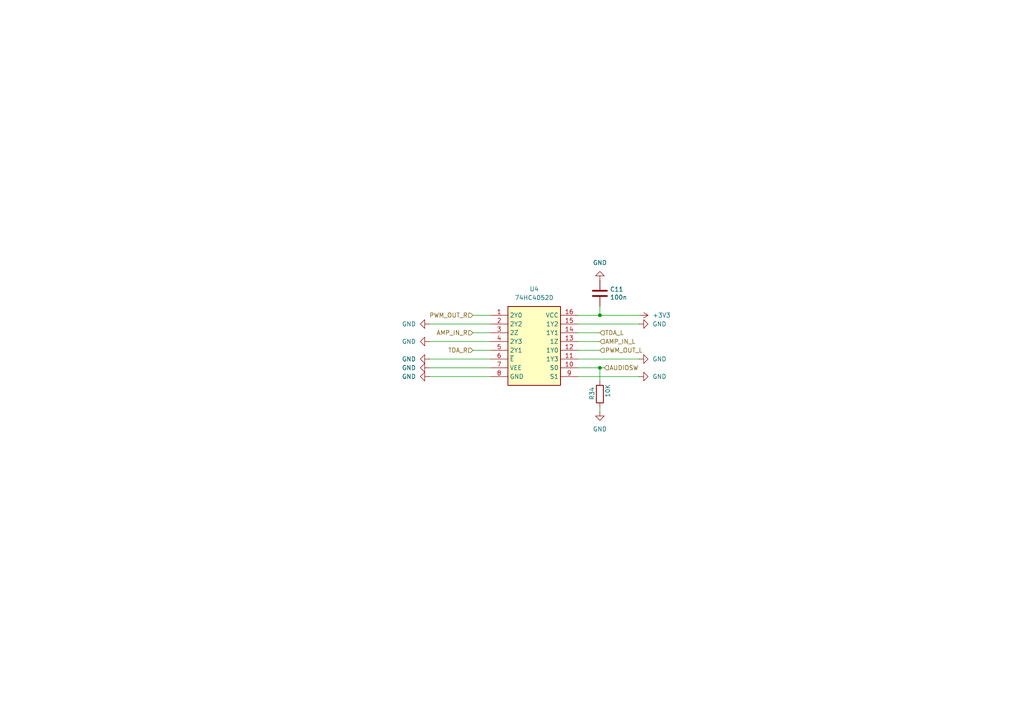
<source format=kicad_sch>
(kicad_sch (version 20250114) (generator "eeschema") (generator_version "9.0")
  (paper "A4")
  (title_block (title "MiniFRANK RM1P2") (date "2025-05-24") (rev "${VERSION}") (company "Mikhail Matveev") (comment 1 "https://github.com/xtremespb/frank"))
  (lib_symbols
    (symbol "Device:C" (pin_numbers (hide yes)) (pin_names (offset 0.254))
      (property "Reference" "C" (at 0.635 2.54 0))
      (property "Value" "C" (at 0.635 -2.54 0))
      (symbol "C_0_1"
        (polyline (pts (xy -2.032 0.762) (xy 2.032 0.762)) (stroke (width 0.508)))
        (polyline (pts (xy -2.032 -0.762) (xy 2.032 -0.762)) (stroke (width 0.508)))
      )
      (symbol "C_1_1"
        (pin passive line (at 0 3.81 270) (length 2.794) (name "~") (number "1"))
        (pin passive line (at 0 -3.81 90) (length 2.794) (name "~") (number "2"))
      )
    )
    (symbol "Device:R" (pin_numbers (hide yes)) (pin_names (offset 0))
      (property "Reference" "R" (at 2.032 0 90))
      (property "Value" "R" (at 0 0 90))
      (symbol "R_0_1"
        (rectangle (start -1.016 -2.54) (end 1.016 2.54) (stroke (width 0.254)))
      )
      (symbol "R_1_1"
        (pin passive line (at 0 3.81 270) (length 1.27) (name "~") (number "1"))
        (pin passive line (at 0 -3.81 90) (length 1.27) (name "~") (number "2"))
      )
    )
    (symbol "FRANK:74HC4052D"
      (property "Reference" "U8" (at 12.7 7.62 0))
      (property "Value" "74HC4052D" (at 12.7 5.08 0))
      (symbol "74HC4052D_1_1"
        (rectangle (start 5.08 2.54) (end 20.32 -20.32) (stroke (width 0.254)) (fill (type background)))
        (pin passive line (at 0 0 0) (length 5.08) (name "2Y0") (number "1"))
        (pin passive line (at 0 -2.54 0) (length 5.08) (name "2Y2") (number "2"))
        (pin passive line (at 0 -5.08 0) (length 5.08) (name "2Z") (number "3"))
        (pin passive line (at 0 -7.62 0) (length 5.08) (name "2Y3") (number "4"))
        (pin passive line (at 0 -10.16 0) (length 5.08) (name "2Y1") (number "5"))
        (pin passive line (at 0 -12.7 0) (length 5.08) (name "~{E}") (number "6"))
        (pin passive line (at 0 -15.24 0) (length 5.08) (name "VEE") (number "7"))
        (pin passive line (at 0 -17.78 0) (length 5.08) (name "GND") (number "8"))
        (pin passive line (at 25.4 0 180) (length 5.08) (name "VCC") (number "16"))
        (pin passive line (at 25.4 -2.54 180) (length 5.08) (name "1Y2") (number "15"))
        (pin passive line (at 25.4 -5.08 180) (length 5.08) (name "1Y1") (number "14"))
        (pin passive line (at 25.4 -7.62 180) (length 5.08) (name "1Z") (number "13"))
        (pin passive line (at 25.4 -10.16 180) (length 5.08) (name "1Y0") (number "12"))
        (pin passive line (at 25.4 -12.7 180) (length 5.08) (name "1Y3") (number "11"))
        (pin passive line (at 25.4 -15.24 180) (length 5.08) (name "S0") (number "10"))
        (pin passive line (at 25.4 -17.78 180) (length 5.08) (name "S1") (number "9"))
      )
    )
    (symbol "power:+3V3" (power) (pin_numbers (hide yes)) (pin_names (offset 0) (hide yes))
      (property "Value" "+3V3" (at 0 3.556 0))
      (symbol "+3V3_0_1"
        (polyline (pts (xy -0.762 1.27) (xy 0 2.54)))
        (polyline (pts (xy 0 2.54) (xy 0.762 1.27)))
        (polyline (pts (xy 0 0) (xy 0 2.54)))
      )
      (symbol "+3V3_1_1"
        (pin power_in line (at 0 0 90) (length 0) (name "~") (number "1"))
      )
    )
    (symbol "power:GND" (power) (pin_numbers (hide yes)) (pin_names (offset 0) (hide yes))
      (property "Value" "GND" (at 0 -3.81 0))
      (symbol "GND_0_1"
        (polyline (pts (xy 0 0) (xy 0 -1.27) (xy 1.27 -1.27) (xy 0 -2.54) (xy -1.27 -1.27) (xy 0 -1.27)))
      )
      (symbol "GND_1_1"
        (pin power_in line (at 0 0 270) (length 0) (name "~") (number "1"))
      )
    )
  )
  (junction (at 173.99 91.44))
  (junction (at 173.99 106.68))
  (wire (pts (xy 167.64 106.68) (xy 173.99 106.68)))
  (wire (pts (xy 185.42 109.22) (xy 167.64 109.22)))
  (wire (pts (xy 173.99 91.44) (xy 167.64 91.44)))
  (wire (pts (xy 137.16 101.6) (xy 142.24 101.6)))
  (wire (pts (xy 173.99 118.11) (xy 173.99 119.38)))
  (wire (pts (xy 185.42 93.98) (xy 167.64 93.98)))
  (wire (pts (xy 124.46 106.68) (xy 142.24 106.68)))
  (wire (pts (xy 185.42 104.14) (xy 167.64 104.14)))
  (wire (pts (xy 173.99 106.68) (xy 175.26 106.68)))
  (wire (pts (xy 167.64 101.6) (xy 173.99 101.6)))
  (wire (pts (xy 124.46 93.98) (xy 142.24 93.98)))
  (wire (pts (xy 167.64 96.52) (xy 173.99 96.52)))
  (wire (pts (xy 137.16 96.52) (xy 142.24 96.52)))
  (wire (pts (xy 124.46 109.22) (xy 142.24 109.22)))
  (wire (pts (xy 124.46 99.06) (xy 142.24 99.06)))
  (wire (pts (xy 173.99 106.68) (xy 173.99 110.49)))
  (wire (pts (xy 137.16 91.44) (xy 142.24 91.44)))
  (wire (pts (xy 173.99 88.9) (xy 173.99 91.44)))
  (wire (pts (xy 124.46 104.14) (xy 142.24 104.14)))
  (wire (pts (xy 185.42 91.44) (xy 173.99 91.44)))
  (wire (pts (xy 167.64 99.06) (xy 173.99 99.06)))
  (hierarchical_label "TDA_L" (shape input) (at 173.99 96.52 0))
  (hierarchical_label "AMP_IN_R" (shape input) (at 137.16 96.52 180))
  (hierarchical_label "AMP_IN_L" (shape input) (at 173.99 99.06 0))
  (hierarchical_label "PWM_OUT_L" (shape input) (at 173.99 101.6 0))
  (hierarchical_label "TDA_R" (shape input) (at 137.16 101.6 180))
  (hierarchical_label "PWM_OUT_R" (shape input) (at 137.16 91.44 180))
  (hierarchical_label "AUDIOSW" (shape input) (at 175.26 106.68 0))
  (symbol (lib_id "power:GND") (at 124.46 106.68 270) (unit 1)
    (property "Reference" "#PWR067" (effects (hide yes)))
    (property "Value" "GND" (at 120.65 106.6801 90) (effects (justify right)))
    (property "Description" "Power symbol creates a global label with name \"GND\" , ground" (effects (hide yes)))
  )
  (symbol (lib_id "power:GND") (at 124.46 104.14 270) (unit 1)
    (property "Reference" "#PWR065" (effects (hide yes)))
    (property "Value" "GND" (at 120.65 104.1401 90) (effects (justify right)))
    (property "Description" "Power symbol creates a global label with name \"GND\" , ground" (effects (hide yes)))
  )
  (symbol (lib_id "FRANK:74HC4052D") (at 142.24 91.44 0) (unit 1)
    (property "Reference" "U4" (at 154.94 83.82 0))
    (property "Value" "74HC4052D" (at 154.94 86.36 0))
    (property "Footprint" "FRANK:74HC4052D653" (effects (hide yes)))
    (property "Datasheet" "https://assets.nexperia.com/documents/data-sheet/74HC_HCT4052.pdf" (effects (hide yes)))
    (property "Description" "74HC(T)4052 - Dual 4-channel analog multiplexer/demultiplexer@en-us" (effects (hide yes)))
    (property "Height" "1.75" (effects (hide yes)))
    (property "Mouser Part Number" "771-74HC4052D-T" (effects (hide yes)))
    (property "Mouser Price/Stock" "https://www.mouser.co.uk/ProductDetail/Nexperia/74HC4052D653?qs=P62ublwmbi9dOtwH%252Bhrppg%3D%3D" (effects (hide yes)))
    (property "Manufacturer_Name" "Nexperia" (effects (hide yes)))
    (property "Manufacturer_Part_Number" "74HC4052D,653" (effects (hide yes)))
  )
  (symbol (lib_id "power:GND") (at 124.46 93.98 270) (unit 1)
    (property "Reference" "#PWR062" (effects (hide yes)))
    (property "Value" "GND" (at 120.65 93.9801 90) (effects (justify right)))
    (property "Description" "Power symbol creates a global label with name \"GND\" , ground" (effects (hide yes)))
  )
  (symbol (lib_id "power:GND") (at 185.42 93.98 90) (unit 1)
    (property "Reference" "#PWR063" (effects (hide yes)))
    (property "Value" "GND" (at 189.23 93.9799 90) (effects (justify right)))
    (property "Description" "Power symbol creates a global label with name \"GND\" , ground" (effects (hide yes)))
  )
  (symbol (lib_id "power:GND") (at 124.46 99.06 270) (unit 1)
    (property "Reference" "#PWR064" (effects (hide yes)))
    (property "Value" "GND" (at 120.65 99.0601 90) (effects (justify right)))
    (property "Description" "Power symbol creates a global label with name \"GND\" , ground" (effects (hide yes)))
  )
  (symbol (lib_id "power:GND") (at 173.99 119.38 0) (unit 1)
    (property "Reference" "#PWR070" (effects (hide yes)))
    (property "Value" "GND" (at 173.99 124.46 0))
    (property "Description" "Power symbol creates a global label with name \"GND\" , ground" (effects (hide yes)))
  )
  (symbol (lib_id "power:GND") (at 173.99 81.28 180) (unit 1)
    (property "Reference" "#PWR060" (effects (hide yes)))
    (property "Value" "GND" (at 173.99 76.2 0))
    (property "Description" "Power symbol creates a global label with name \"GND\" , ground" (effects (hide yes)))
  )
  (symbol (lib_id "Device:R") (at 173.99 114.3 180) (unit 1)
    (property "Reference" "R34" (at 171.704 116.078 90) (effects (justify right)))
    (property "Value" "10K" (at 176.276 115.316 90) (effects (justify right)))
    (property "Footprint" "FRANK:Resistor (0805)" (effects (hide yes)))
    (property "Datasheet" "https://www.vishay.com/docs/28952/mcs0402at-mct0603at-mcu0805at-mca1206at.pdf" (effects (hide yes)))
    (property "AliExpress" "https://www.aliexpress.com/item/1005005945735199.html" (effects (hide yes)))
  )
  (symbol (lib_id "power:+3V3") (at 185.42 91.44 270) (unit 1)
    (property "Reference" "#PWR061" (effects (hide yes)))
    (property "Value" "+3V3" (at 189.23 91.4399 90) (effects (justify left)))
    (property "Description" "Power symbol creates a global label with name \"+3V3\"" (effects (hide yes)))
  )
  (symbol (lib_id "power:GND") (at 185.42 109.22 90) (unit 1)
    (property "Reference" "#PWR069" (effects (hide yes)))
    (property "Value" "GND" (at 189.23 109.2199 90) (effects (justify right)))
    (property "Description" "Power symbol creates a global label with name \"GND\" , ground" (effects (hide yes)))
  )
  (symbol (lib_id "Device:C") (at 173.99 85.09 0) (unit 1)
    (property "Reference" "C11" (at 176.911 83.9216 0) (effects (justify left)))
    (property "Value" "100n" (at 176.911 86.233 0) (effects (justify left)))
    (property "Footprint" "FRANK:Capacitor (0805)" (effects (hide yes)))
    (property "Datasheet" "https://eu.mouser.com/datasheet/2/40/KGM_X7R-3223212.pdf" (effects (hide yes)))
    (property "AliExpress" "https://www.aliexpress.com/item/33008008276.html" (effects (hide yes)))
  )
  (symbol (lib_id "power:GND") (at 185.42 104.14 90) (unit 1)
    (property "Reference" "#PWR066" (effects (hide yes)))
    (property "Value" "GND" (at 189.23 104.1399 90) (effects (justify right)))
    (property "Description" "Power symbol creates a global label with name \"GND\" , ground" (effects (hide yes)))
  )
  (symbol (lib_id "power:GND") (at 124.46 109.22 270) (unit 1)
    (property "Reference" "#PWR068" (effects (hide yes)))
    (property "Value" "GND" (at 120.65 109.2201 90) (effects (justify right)))
    (property "Description" "Power symbol creates a global label with name \"GND\" , ground" (effects (hide yes)))
  )
)
</source>
